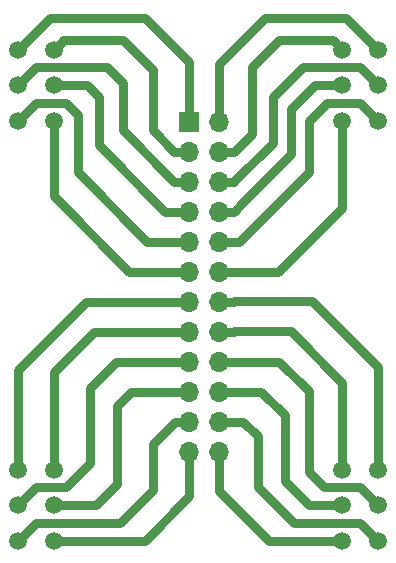
<source format=gbr>
G04 #@! TF.GenerationSoftware,KiCad,Pcbnew,(5.0.2)-1*
G04 #@! TF.CreationDate,2019-03-06T23:05:27-07:00*
G04 #@! TF.ProjectId,Connector PCB,436f6e6e-6563-4746-9f72-205043422e6b,rev?*
G04 #@! TF.SameCoordinates,Original*
G04 #@! TF.FileFunction,Copper,L1,Top*
G04 #@! TF.FilePolarity,Positive*
%FSLAX46Y46*%
G04 Gerber Fmt 4.6, Leading zero omitted, Abs format (unit mm)*
G04 Created by KiCad (PCBNEW (5.0.2)-1) date 2019-03-06 11:05:27 PM*
%MOMM*%
%LPD*%
G01*
G04 APERTURE LIST*
G04 #@! TA.AperFunction,ComponentPad*
%ADD10O,1.700000X1.700000*%
G04 #@! TD*
G04 #@! TA.AperFunction,ComponentPad*
%ADD11R,1.700000X1.700000*%
G04 #@! TD*
G04 #@! TA.AperFunction,ComponentPad*
%ADD12C,1.500000*%
G04 #@! TD*
G04 #@! TA.AperFunction,Conductor*
%ADD13C,0.800000*%
G04 #@! TD*
G04 APERTURE END LIST*
D10*
G04 #@! TO.P,J1,24*
G04 #@! TO.N,Net-(J1-Pad24)*
X166925001Y-114855001D03*
G04 #@! TO.P,J1,12*
G04 #@! TO.N,Net-(J1-Pad12)*
X164385001Y-114855001D03*
G04 #@! TO.P,J1,23*
G04 #@! TO.N,Net-(J1-Pad23)*
X166925001Y-112315001D03*
G04 #@! TO.P,J1,11*
G04 #@! TO.N,Net-(J1-Pad11)*
X164385001Y-112315001D03*
G04 #@! TO.P,J1,22*
G04 #@! TO.N,Net-(J1-Pad22)*
X166925001Y-109775001D03*
G04 #@! TO.P,J1,10*
G04 #@! TO.N,Net-(J1-Pad10)*
X164385001Y-109775001D03*
G04 #@! TO.P,J1,21*
G04 #@! TO.N,Net-(J1-Pad21)*
X166925001Y-107235001D03*
G04 #@! TO.P,J1,9*
G04 #@! TO.N,Net-(J1-Pad9)*
X164385001Y-107235001D03*
G04 #@! TO.P,J1,20*
G04 #@! TO.N,Net-(J1-Pad20)*
X166925001Y-104695001D03*
G04 #@! TO.P,J1,8*
G04 #@! TO.N,Net-(J1-Pad8)*
X164385001Y-104695001D03*
G04 #@! TO.P,J1,19*
G04 #@! TO.N,Net-(J1-Pad19)*
X166925001Y-102155001D03*
G04 #@! TO.P,J1,7*
G04 #@! TO.N,Net-(J1-Pad7)*
X164385001Y-102155001D03*
G04 #@! TO.P,J1,18*
G04 #@! TO.N,Net-(J1-Pad18)*
X166925001Y-99615001D03*
G04 #@! TO.P,J1,6*
G04 #@! TO.N,Net-(J1-Pad6)*
X164385001Y-99615001D03*
G04 #@! TO.P,J1,17*
G04 #@! TO.N,Net-(J1-Pad17)*
X166925001Y-97075001D03*
G04 #@! TO.P,J1,5*
G04 #@! TO.N,Net-(J1-Pad5)*
X164385001Y-97075001D03*
G04 #@! TO.P,J1,16*
G04 #@! TO.N,Net-(J1-Pad16)*
X166925001Y-94535001D03*
G04 #@! TO.P,J1,4*
G04 #@! TO.N,Net-(J1-Pad4)*
X164385001Y-94535001D03*
G04 #@! TO.P,J1,15*
G04 #@! TO.N,Net-(J1-Pad15)*
X166925001Y-91995001D03*
G04 #@! TO.P,J1,3*
G04 #@! TO.N,Net-(J1-Pad3)*
X164385001Y-91995001D03*
G04 #@! TO.P,J1,14*
G04 #@! TO.N,Net-(J1-Pad14)*
X166925001Y-89455001D03*
G04 #@! TO.P,J1,2*
G04 #@! TO.N,Net-(J1-Pad2)*
X164385001Y-89455001D03*
G04 #@! TO.P,J1,13*
G04 #@! TO.N,Net-(J1-Pad13)*
X166925001Y-86915001D03*
D11*
G04 #@! TO.P,J1,1*
G04 #@! TO.N,Net-(J1-Pad1)*
X164385001Y-86915001D03*
G04 #@! TD*
D12*
G04 #@! TO.P,J2,5*
G04 #@! TO.N,Net-(J1-Pad5)*
X149890000Y-86820000D03*
G04 #@! TO.P,J2,3*
G04 #@! TO.N,Net-(J1-Pad3)*
X149890000Y-83820000D03*
G04 #@! TO.P,J2,6*
G04 #@! TO.N,Net-(J1-Pad6)*
X152890000Y-86820000D03*
G04 #@! TO.P,J2,4*
G04 #@! TO.N,Net-(J1-Pad4)*
X152890000Y-83820000D03*
G04 #@! TO.P,J2,2*
G04 #@! TO.N,Net-(J1-Pad2)*
X152890000Y-80820000D03*
G04 #@! TO.P,J2,1*
G04 #@! TO.N,Net-(J1-Pad1)*
X149890000Y-80820000D03*
G04 #@! TD*
G04 #@! TO.P,J3,1*
G04 #@! TO.N,Net-(J1-Pad7)*
X149890000Y-116380000D03*
G04 #@! TO.P,J3,2*
G04 #@! TO.N,Net-(J1-Pad8)*
X152890000Y-116380000D03*
G04 #@! TO.P,J3,4*
G04 #@! TO.N,Net-(J1-Pad10)*
X152890000Y-119380000D03*
G04 #@! TO.P,J3,6*
G04 #@! TO.N,Net-(J1-Pad12)*
X152890000Y-122380000D03*
G04 #@! TO.P,J3,3*
G04 #@! TO.N,Net-(J1-Pad9)*
X149890000Y-119380000D03*
G04 #@! TO.P,J3,5*
G04 #@! TO.N,Net-(J1-Pad11)*
X149890000Y-122380000D03*
G04 #@! TD*
G04 #@! TO.P,J4,1*
G04 #@! TO.N,Net-(J1-Pad13)*
X180310000Y-80820000D03*
G04 #@! TO.P,J4,3*
G04 #@! TO.N,Net-(J1-Pad15)*
X180310000Y-83820000D03*
G04 #@! TO.P,J4,2*
G04 #@! TO.N,Net-(J1-Pad14)*
X177310000Y-80820000D03*
G04 #@! TO.P,J4,4*
G04 #@! TO.N,Net-(J1-Pad16)*
X177310000Y-83820000D03*
G04 #@! TO.P,J4,6*
G04 #@! TO.N,Net-(J1-Pad18)*
X177310000Y-86820000D03*
G04 #@! TO.P,J4,5*
G04 #@! TO.N,Net-(J1-Pad17)*
X180310000Y-86820000D03*
G04 #@! TD*
G04 #@! TO.P,J5,5*
G04 #@! TO.N,Net-(J1-Pad23)*
X180310000Y-122380000D03*
G04 #@! TO.P,J5,6*
G04 #@! TO.N,Net-(J1-Pad24)*
X177310000Y-122380000D03*
G04 #@! TO.P,J5,4*
G04 #@! TO.N,Net-(J1-Pad22)*
X177310000Y-119380000D03*
G04 #@! TO.P,J5,2*
G04 #@! TO.N,Net-(J1-Pad20)*
X177310000Y-116380000D03*
G04 #@! TO.P,J5,3*
G04 #@! TO.N,Net-(J1-Pad21)*
X180310000Y-119380000D03*
G04 #@! TO.P,J5,1*
G04 #@! TO.N,Net-(J1-Pad19)*
X180310000Y-116380000D03*
G04 #@! TD*
D13*
G04 #@! TO.N,Net-(J1-Pad24)*
X177310000Y-122380000D02*
X171148000Y-122380000D01*
X171148000Y-122380000D02*
X166925001Y-118157001D01*
X166925001Y-118157001D02*
X166925001Y-114855001D01*
G04 #@! TO.N,Net-(J1-Pad12)*
X164385001Y-114855001D02*
X164385001Y-118570999D01*
X160576000Y-122380000D02*
X152890000Y-122380000D01*
X164385001Y-118570999D02*
X160576000Y-122380000D01*
G04 #@! TO.N,Net-(J1-Pad23)*
X168957001Y-112315001D02*
X166925001Y-112315001D01*
X170180000Y-113538000D02*
X168957001Y-112315001D01*
X173228000Y-120904000D02*
X170180000Y-117856000D01*
X178834000Y-120904000D02*
X173228000Y-120904000D01*
X170180000Y-117856000D02*
X170180000Y-113538000D01*
X180310000Y-122380000D02*
X178834000Y-120904000D01*
G04 #@! TO.N,Net-(J1-Pad11)*
X149890000Y-122380000D02*
X151366000Y-120904000D01*
X151366000Y-120904000D02*
X154432000Y-120904000D01*
X154432000Y-120904000D02*
X158496000Y-120904000D01*
X158496000Y-120904000D02*
X161290000Y-118110000D01*
X161290000Y-118110000D02*
X161290000Y-115410002D01*
X161290000Y-114207921D02*
X161290000Y-115410002D01*
X163182920Y-112315001D02*
X161290000Y-114207921D01*
X164385001Y-112315001D02*
X163182920Y-112315001D01*
G04 #@! TO.N,Net-(J1-Pad22)*
X170481001Y-109775001D02*
X166925001Y-109775001D01*
X172466000Y-117348000D02*
X172466000Y-111760000D01*
X172466000Y-111760000D02*
X170481001Y-109775001D01*
X174498000Y-119380000D02*
X172466000Y-117348000D01*
X177310000Y-119380000D02*
X174498000Y-119380000D01*
G04 #@! TO.N,Net-(J1-Pad10)*
X158242000Y-110998000D02*
X159464999Y-109775001D01*
X159464999Y-109775001D02*
X164385001Y-109775001D01*
X158242000Y-117602000D02*
X158242000Y-110998000D01*
X156464000Y-119380000D02*
X158242000Y-117602000D01*
X152890000Y-119380000D02*
X156464000Y-119380000D01*
G04 #@! TO.N,Net-(J1-Pad21)*
X178786000Y-117856000D02*
X180310000Y-119380000D01*
X175768000Y-117856000D02*
X178786000Y-117856000D01*
X174498000Y-116586000D02*
X175768000Y-117856000D01*
X174498000Y-109728000D02*
X174498000Y-116586000D01*
X172005001Y-107235001D02*
X174498000Y-109728000D01*
X166925001Y-107235001D02*
X172005001Y-107235001D01*
G04 #@! TO.N,Net-(J1-Pad9)*
X151414000Y-117856000D02*
X149890000Y-119380000D01*
X155956000Y-109474000D02*
X155956000Y-115824000D01*
X153924000Y-117856000D02*
X151414000Y-117856000D01*
X155956000Y-115824000D02*
X153924000Y-117856000D01*
X158194999Y-107235001D02*
X155956000Y-109474000D01*
X164385001Y-107235001D02*
X158194999Y-107235001D01*
G04 #@! TO.N,Net-(J1-Pad20)*
X177310000Y-108984000D02*
X177310000Y-116380000D01*
X168174083Y-104648000D02*
X172974000Y-104648000D01*
X172974000Y-104648000D02*
X177310000Y-108984000D01*
X168127082Y-104695001D02*
X168174083Y-104648000D01*
X166925001Y-104695001D02*
X168127082Y-104695001D01*
G04 #@! TO.N,Net-(J1-Pad8)*
X152890000Y-108095000D02*
X152890000Y-116380000D01*
X156289999Y-104695001D02*
X152890000Y-108095000D01*
X164385001Y-104695001D02*
X156289999Y-104695001D01*
G04 #@! TO.N,Net-(J1-Pad19)*
X168127082Y-102155001D02*
X168174083Y-102108000D01*
X166925001Y-102155001D02*
X168127082Y-102155001D01*
X168174083Y-102108000D02*
X174752000Y-102108000D01*
X180310000Y-107666000D02*
X180310000Y-116380000D01*
X174752000Y-102108000D02*
X180310000Y-107666000D01*
G04 #@! TO.N,Net-(J1-Pad7)*
X149890000Y-115319340D02*
X149860000Y-115289340D01*
X149890000Y-116380000D02*
X149890000Y-115319340D01*
X149860000Y-115289340D02*
X149860000Y-107950000D01*
X155654999Y-102155001D02*
X164385001Y-102155001D01*
X149860000Y-107950000D02*
X155654999Y-102155001D01*
G04 #@! TO.N,Net-(J1-Pad18)*
X177310000Y-87880660D02*
X177292000Y-87898660D01*
X177310000Y-86820000D02*
X177310000Y-87880660D01*
X177292000Y-87898660D02*
X177292000Y-94234000D01*
X171910999Y-99615001D02*
X166925001Y-99615001D01*
X177292000Y-94234000D02*
X171910999Y-99615001D01*
G04 #@! TO.N,Net-(J1-Pad6)*
X152890000Y-86820000D02*
X152890000Y-93200000D01*
X159305001Y-99615001D02*
X164385001Y-99615001D01*
X152890000Y-93200000D02*
X159305001Y-99615001D01*
G04 #@! TO.N,Net-(J1-Pad17)*
X180310000Y-86820000D02*
X178834000Y-85344000D01*
X174498000Y-91186000D02*
X168608999Y-97075001D01*
X174498000Y-86868000D02*
X174498000Y-91186000D01*
X176022000Y-85344000D02*
X174498000Y-86868000D01*
X168608999Y-97075001D02*
X166925001Y-97075001D01*
X178834000Y-85344000D02*
X176022000Y-85344000D01*
G04 #@! TO.N,Net-(J1-Pad5)*
X151366000Y-85344000D02*
X149890000Y-86820000D01*
X153924000Y-85344000D02*
X151366000Y-85344000D01*
X154940000Y-86360000D02*
X153924000Y-85344000D01*
X154940000Y-91186000D02*
X154940000Y-86360000D01*
X160829001Y-97075001D02*
X154940000Y-91186000D01*
X164385001Y-97075001D02*
X160829001Y-97075001D01*
G04 #@! TO.N,Net-(J1-Pad16)*
X177310000Y-83820000D02*
X176249340Y-83820000D01*
X176249340Y-83820000D02*
X175006000Y-83820000D01*
X175006000Y-83820000D02*
X172974000Y-85852000D01*
X172974000Y-85852000D02*
X172974000Y-89662000D01*
X172974000Y-89662000D02*
X168950998Y-93685002D01*
X168950998Y-93711085D02*
X168950998Y-93685002D01*
X168127082Y-94535001D02*
X168950998Y-93711085D01*
X166925001Y-94535001D02*
X168127082Y-94535001D01*
G04 #@! TO.N,Net-(J1-Pad4)*
X164385001Y-94535001D02*
X162353001Y-94535001D01*
X162353001Y-94535001D02*
X156718000Y-88900000D01*
X156718000Y-88900000D02*
X156718000Y-84836000D01*
X155702000Y-83820000D02*
X152890000Y-83820000D01*
X156718000Y-84836000D02*
X155702000Y-83820000D01*
G04 #@! TO.N,Net-(J1-Pad15)*
X168127082Y-91995001D02*
X168174083Y-91948000D01*
X166925001Y-91995001D02*
X168127082Y-91995001D01*
X168174083Y-91948000D02*
X168174083Y-91921917D01*
X171450000Y-88672083D02*
X168174083Y-91948000D01*
X180310000Y-83820000D02*
X178786000Y-82296000D01*
X171450000Y-88672083D02*
X171450000Y-84836000D01*
X171450000Y-84836000D02*
X173990000Y-82296000D01*
X178786000Y-82296000D02*
X173990000Y-82296000D01*
G04 #@! TO.N,Net-(J1-Pad3)*
X151414000Y-82296000D02*
X149890000Y-83820000D01*
X157399999Y-82296000D02*
X151414000Y-82296000D01*
X158750000Y-87630000D02*
X158750000Y-83646001D01*
X163115001Y-91995001D02*
X158750000Y-87630000D01*
X158750000Y-83646001D02*
X157399999Y-82296000D01*
X164385001Y-91995001D02*
X163115001Y-91995001D01*
G04 #@! TO.N,Net-(J1-Pad14)*
X169672000Y-82296000D02*
X171958000Y-80010000D01*
X166925001Y-89455001D02*
X168127082Y-89455001D01*
X171958000Y-80010000D02*
X176500000Y-80010000D01*
X169672000Y-87910083D02*
X169672000Y-82296000D01*
X176500000Y-80010000D02*
X177310000Y-80820000D01*
X168127082Y-89455001D02*
X169672000Y-87910083D01*
G04 #@! TO.N,Net-(J1-Pad2)*
X153670000Y-80040000D02*
X152890000Y-80820000D01*
X153670000Y-80010000D02*
X153670000Y-80040000D01*
X158750000Y-80010000D02*
X153670000Y-80010000D01*
X161290000Y-82550000D02*
X158750000Y-80010000D01*
X161290000Y-87630000D02*
X161290000Y-82550000D01*
X163115001Y-89455001D02*
X161290000Y-87630000D01*
X164385001Y-89455001D02*
X163115001Y-89455001D01*
G04 #@! TO.N,Net-(J1-Pad13)*
X166925001Y-86915001D02*
X166925001Y-81994999D01*
X177595000Y-78105000D02*
X170815000Y-78105000D01*
X166925001Y-81994999D02*
X170815000Y-78105000D01*
X177595000Y-78105000D02*
X180310000Y-80820000D01*
G04 #@! TO.N,Net-(J1-Pad1)*
X164385001Y-81835001D02*
X164385001Y-86915001D01*
X152605000Y-78105000D02*
X160655000Y-78105000D01*
X160655000Y-78105000D02*
X164385001Y-81835001D01*
X149890000Y-80820000D02*
X152605000Y-78105000D01*
G04 #@! TD*
M02*

</source>
